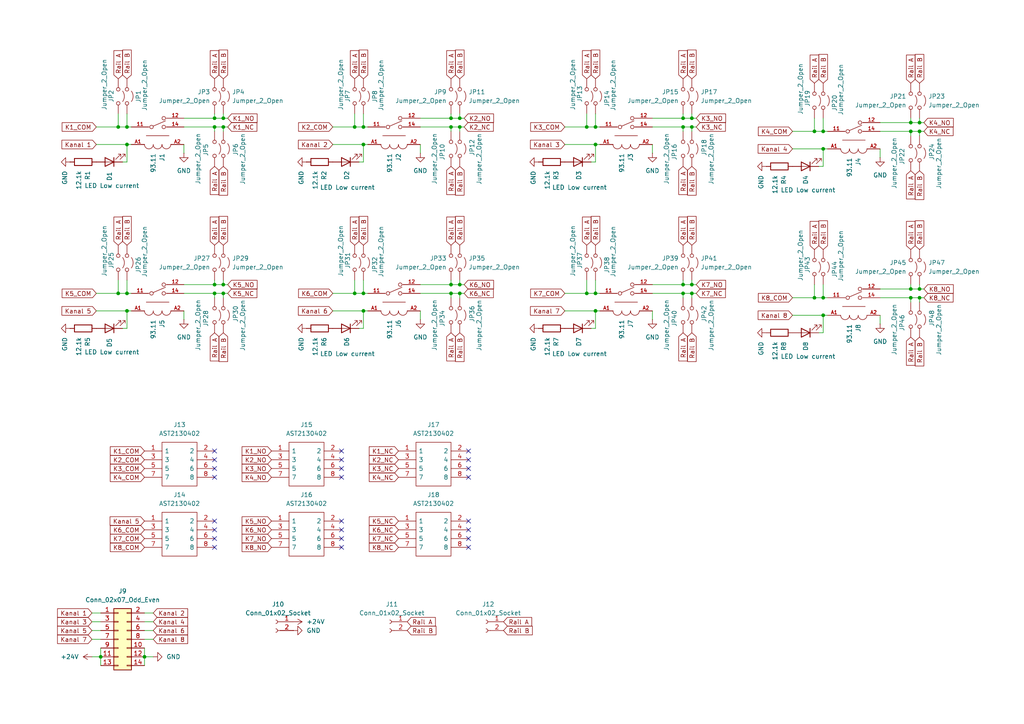
<source format=kicad_sch>
(kicad_sch (version 20231120) (generator "eeschema") (generator_version "8.0")
  (paper "A4")
  (junction (at 34.29 85.09))
  (junction (at 64.77 85.09))
  (junction (at 64.77 82.55))
  (junction (at 105.41 85.09))
  (junction (at 102.87 36.83))
  (junction (at 236.22 38.1))
  (junction (at 198.12 34.29))
  (junction (at 130.81 34.29))
  (junction (at 62.23 34.29))
  (junction (at 264.16 35.56))
  (junction (at 36.83 36.83))
  (junction (at 172.72 90.17))
  (junction (at 198.12 85.09))
  (junction (at 198.12 36.83))
  (junction (at 266.7 83.82))
  (junction (at 130.81 82.55))
  (junction (at 41.91 190.5))
  (junction (at 238.76 91.44))
  (junction (at 172.72 36.83))
  (junction (at 236.22 86.36))
  (junction (at 266.7 35.56))
  (junction (at 105.41 36.83))
  (junction (at 266.7 86.36))
  (junction (at 105.41 41.91))
  (junction (at 133.35 85.09))
  (junction (at 264.16 86.36))
  (junction (at 200.66 85.09))
  (junction (at 200.66 34.29))
  (junction (at 34.29 36.83))
  (junction (at 36.83 90.17))
  (junction (at 238.76 43.18))
  (junction (at 200.66 82.55))
  (junction (at 36.83 85.09))
  (junction (at 102.87 85.09))
  (junction (at 130.81 85.09))
  (junction (at 200.66 36.83))
  (junction (at 238.76 38.1))
  (junction (at 238.76 86.36))
  (junction (at 29.21 190.5))
  (junction (at 170.18 36.83))
  (junction (at 133.35 36.83))
  (junction (at 62.23 82.55))
  (junction (at 170.18 85.09))
  (junction (at 36.83 41.91))
  (junction (at 172.72 85.09))
  (junction (at 264.16 83.82))
  (junction (at 133.35 34.29))
  (junction (at 198.12 82.55))
  (junction (at 264.16 38.1))
  (junction (at 62.23 85.09))
  (junction (at 266.7 38.1))
  (junction (at 172.72 41.91))
  (junction (at 62.23 36.83))
  (junction (at 130.81 36.83))
  (junction (at 64.77 36.83))
  (junction (at 105.41 90.17))
  (junction (at 133.35 82.55))
  (junction (at 64.77 34.29))
  (no_connect (at 135.89 130.81))
  (no_connect (at 99.06 156.21))
  (no_connect (at 99.06 153.67))
  (no_connect (at 99.06 151.13))
  (no_connect (at 135.89 135.89))
  (no_connect (at 99.06 158.75))
  (no_connect (at 62.23 158.75))
  (no_connect (at 135.89 138.43))
  (no_connect (at 135.89 153.67))
  (no_connect (at 62.23 156.21))
  (no_connect (at 135.89 158.75))
  (no_connect (at 62.23 135.89))
  (no_connect (at 135.89 151.13))
  (no_connect (at 135.89 156.21))
  (no_connect (at 62.23 151.13))
  (no_connect (at 99.06 135.89))
  (no_connect (at 62.23 153.67))
  (no_connect (at 99.06 133.35))
  (no_connect (at 62.23 138.43))
  (no_connect (at 135.89 133.35))
  (no_connect (at 62.23 133.35))
  (no_connect (at 62.23 130.81))
  (no_connect (at 99.06 130.81))
  (no_connect (at 99.06 138.43))
  (wire (pts (xy 104.14 95.25) (xy 105.41 95.25)))
  (wire (pts (xy 200.66 34.29) (xy 198.12 34.29)))
  (wire (pts (xy 121.92 34.29) (xy 130.81 34.29)))
  (wire (pts (xy 64.77 82.55) (xy 62.23 82.55)))
  (wire (pts (xy 36.83 46.99) (xy 36.83 41.91)))
  (wire (pts (xy 172.72 41.91) (xy 173.99 41.91)))
  (wire (pts (xy 238.76 86.36) (xy 240.03 86.36)))
  (wire (pts (xy 36.83 36.83) (xy 38.1 36.83)))
  (wire (pts (xy 29.21 190.5) (xy 29.21 193.04)))
  (wire (pts (xy 121.92 90.17) (xy 121.92 92.71)))
  (wire (pts (xy 134.62 34.29) (xy 133.35 34.29)))
  (wire (pts (xy 229.87 38.1) (xy 236.22 38.1)))
  (wire (pts (xy 236.22 86.36) (xy 238.76 86.36)))
  (wire (pts (xy 36.83 41.91) (xy 38.1 41.91)))
  (wire (pts (xy 266.7 82.55) (xy 266.7 83.82)))
  (wire (pts (xy 170.18 36.83) (xy 172.72 36.83)))
  (wire (pts (xy 133.35 36.83) (xy 130.81 36.83)))
  (wire (pts (xy 62.23 85.09) (xy 62.23 86.36)))
  (wire (pts (xy 133.35 85.09) (xy 130.81 85.09)))
  (wire (pts (xy 133.35 82.55) (xy 130.81 82.55)))
  (wire (pts (xy 266.7 38.1) (xy 266.7 39.37)))
  (wire (pts (xy 53.34 90.17) (xy 53.34 92.71)))
  (wire (pts (xy 198.12 85.09) (xy 198.12 86.36)))
  (wire (pts (xy 64.77 85.09) (xy 64.77 86.36)))
  (wire (pts (xy 255.27 83.82) (xy 264.16 83.82)))
  (wire (pts (xy 163.83 36.83) (xy 170.18 36.83)))
  (wire (pts (xy 102.87 81.28) (xy 102.87 85.09)))
  (wire (pts (xy 64.77 36.83) (xy 62.23 36.83)))
  (wire (pts (xy 264.16 82.55) (xy 264.16 83.82)))
  (wire (pts (xy 36.83 85.09) (xy 38.1 85.09)))
  (wire (pts (xy 130.81 33.02) (xy 130.81 34.29)))
  (wire (pts (xy 105.41 85.09) (xy 106.68 85.09)))
  (wire (pts (xy 53.34 85.09) (xy 62.23 85.09)))
  (wire (pts (xy 105.41 41.91) (xy 106.68 41.91)))
  (wire (pts (xy 201.93 34.29) (xy 200.66 34.29)))
  (wire (pts (xy 34.29 33.02) (xy 34.29 36.83)))
  (wire (pts (xy 26.67 180.34) (xy 29.21 180.34)))
  (wire (pts (xy 62.23 33.02) (xy 62.23 34.29)))
  (wire (pts (xy 53.34 82.55) (xy 62.23 82.55)))
  (wire (pts (xy 121.92 85.09) (xy 130.81 85.09)))
  (wire (pts (xy 163.83 85.09) (xy 170.18 85.09)))
  (wire (pts (xy 102.87 85.09) (xy 105.41 85.09)))
  (wire (pts (xy 238.76 48.26) (xy 238.76 43.18)))
  (wire (pts (xy 105.41 46.99) (xy 105.41 41.91)))
  (wire (pts (xy 189.23 36.83) (xy 198.12 36.83)))
  (wire (pts (xy 102.87 33.02) (xy 102.87 36.83)))
  (wire (pts (xy 27.94 90.17) (xy 36.83 90.17)))
  (wire (pts (xy 238.76 82.55) (xy 238.76 86.36)))
  (wire (pts (xy 53.34 36.83) (xy 62.23 36.83)))
  (wire (pts (xy 130.81 85.09) (xy 130.81 86.36)))
  (wire (pts (xy 238.76 38.1) (xy 240.03 38.1)))
  (wire (pts (xy 133.35 85.09) (xy 133.35 86.36)))
  (wire (pts (xy 41.91 190.5) (xy 41.91 193.04)))
  (wire (pts (xy 66.04 82.55) (xy 64.77 82.55)))
  (wire (pts (xy 53.34 41.91) (xy 53.34 44.45)))
  (wire (pts (xy 266.7 83.82) (xy 264.16 83.82)))
  (wire (pts (xy 64.77 34.29) (xy 62.23 34.29)))
  (wire (pts (xy 26.67 182.88) (xy 29.21 182.88)))
  (wire (pts (xy 62.23 36.83) (xy 62.23 38.1)))
  (wire (pts (xy 105.41 90.17) (xy 106.68 90.17)))
  (wire (pts (xy 102.87 36.83) (xy 105.41 36.83)))
  (wire (pts (xy 105.41 95.25) (xy 105.41 90.17)))
  (wire (pts (xy 105.41 33.02) (xy 105.41 36.83)))
  (wire (pts (xy 134.62 85.09) (xy 133.35 85.09)))
  (wire (pts (xy 96.52 41.91) (xy 105.41 41.91)))
  (wire (pts (xy 29.21 187.96) (xy 29.21 190.5)))
  (wire (pts (xy 255.27 35.56) (xy 264.16 35.56)))
  (wire (pts (xy 255.27 91.44) (xy 255.27 93.98)))
  (wire (pts (xy 267.97 38.1) (xy 266.7 38.1)))
  (wire (pts (xy 236.22 34.29) (xy 236.22 38.1)))
  (wire (pts (xy 255.27 86.36) (xy 264.16 86.36)))
  (wire (pts (xy 96.52 36.83) (xy 102.87 36.83)))
  (wire (pts (xy 238.76 43.18) (xy 240.03 43.18)))
  (wire (pts (xy 36.83 95.25) (xy 36.83 90.17)))
  (wire (pts (xy 41.91 182.88) (xy 44.45 182.88)))
  (wire (pts (xy 36.83 81.28) (xy 36.83 85.09)))
  (wire (pts (xy 130.81 81.28) (xy 130.81 82.55)))
  (wire (pts (xy 266.7 38.1) (xy 264.16 38.1)))
  (wire (pts (xy 62.23 81.28) (xy 62.23 82.55)))
  (wire (pts (xy 237.49 96.52) (xy 238.76 96.52)))
  (wire (pts (xy 163.83 41.91) (xy 172.72 41.91)))
  (wire (pts (xy 200.66 33.02) (xy 200.66 34.29)))
  (wire (pts (xy 264.16 86.36) (xy 264.16 87.63)))
  (wire (pts (xy 200.66 81.28) (xy 200.66 82.55)))
  (wire (pts (xy 198.12 81.28) (xy 198.12 82.55)))
  (wire (pts (xy 236.22 38.1) (xy 238.76 38.1)))
  (wire (pts (xy 236.22 82.55) (xy 236.22 86.36)))
  (wire (pts (xy 201.93 82.55) (xy 200.66 82.55)))
  (wire (pts (xy 229.87 91.44) (xy 238.76 91.44)))
  (wire (pts (xy 53.34 34.29) (xy 62.23 34.29)))
  (wire (pts (xy 104.14 46.99) (xy 105.41 46.99)))
  (wire (pts (xy 189.23 34.29) (xy 198.12 34.29)))
  (wire (pts (xy 267.97 86.36) (xy 266.7 86.36)))
  (wire (pts (xy 200.66 82.55) (xy 198.12 82.55)))
  (wire (pts (xy 171.45 95.25) (xy 172.72 95.25)))
  (wire (pts (xy 264.16 34.29) (xy 264.16 35.56)))
  (wire (pts (xy 26.67 185.42) (xy 29.21 185.42)))
  (wire (pts (xy 133.35 34.29) (xy 130.81 34.29)))
  (wire (pts (xy 172.72 46.99) (xy 172.72 41.91)))
  (wire (pts (xy 64.77 81.28) (xy 64.77 82.55)))
  (wire (pts (xy 27.94 41.91) (xy 36.83 41.91)))
  (wire (pts (xy 189.23 90.17) (xy 189.23 92.71)))
  (wire (pts (xy 189.23 85.09) (xy 198.12 85.09)))
  (wire (pts (xy 267.97 83.82) (xy 266.7 83.82)))
  (wire (pts (xy 34.29 36.83) (xy 36.83 36.83)))
  (wire (pts (xy 238.76 91.44) (xy 240.03 91.44)))
  (wire (pts (xy 172.72 33.02) (xy 172.72 36.83)))
  (wire (pts (xy 198.12 36.83) (xy 198.12 38.1)))
  (wire (pts (xy 36.83 90.17) (xy 38.1 90.17)))
  (wire (pts (xy 200.66 85.09) (xy 200.66 86.36)))
  (wire (pts (xy 35.56 95.25) (xy 36.83 95.25)))
  (wire (pts (xy 26.67 190.5) (xy 29.21 190.5)))
  (wire (pts (xy 172.72 81.28) (xy 172.72 85.09)))
  (wire (pts (xy 130.81 36.83) (xy 130.81 38.1)))
  (wire (pts (xy 229.87 86.36) (xy 236.22 86.36)))
  (wire (pts (xy 229.87 43.18) (xy 238.76 43.18)))
  (wire (pts (xy 66.04 34.29) (xy 64.77 34.29)))
  (wire (pts (xy 134.62 82.55) (xy 133.35 82.55)))
  (wire (pts (xy 105.41 81.28) (xy 105.41 85.09)))
  (wire (pts (xy 64.77 36.83) (xy 64.77 38.1)))
  (wire (pts (xy 41.91 180.34) (xy 44.45 180.34)))
  (wire (pts (xy 96.52 85.09) (xy 102.87 85.09)))
  (wire (pts (xy 96.52 90.17) (xy 105.41 90.17)))
  (wire (pts (xy 134.62 36.83) (xy 133.35 36.83)))
  (wire (pts (xy 170.18 81.28) (xy 170.18 85.09)))
  (wire (pts (xy 266.7 86.36) (xy 264.16 86.36)))
  (wire (pts (xy 121.92 41.91) (xy 121.92 44.45)))
  (wire (pts (xy 255.27 38.1) (xy 264.16 38.1)))
  (wire (pts (xy 170.18 85.09) (xy 172.72 85.09)))
  (wire (pts (xy 266.7 35.56) (xy 264.16 35.56)))
  (wire (pts (xy 105.41 36.83) (xy 106.68 36.83)))
  (wire (pts (xy 41.91 177.8) (xy 44.45 177.8)))
  (wire (pts (xy 66.04 85.09) (xy 64.77 85.09)))
  (wire (pts (xy 237.49 48.26) (xy 238.76 48.26)))
  (wire (pts (xy 189.23 82.55) (xy 198.12 82.55)))
  (wire (pts (xy 189.23 41.91) (xy 189.23 44.45)))
  (wire (pts (xy 200.66 85.09) (xy 198.12 85.09)))
  (wire (pts (xy 64.77 33.02) (xy 64.77 34.29)))
  (wire (pts (xy 121.92 36.83) (xy 130.81 36.83)))
  (wire (pts (xy 238.76 96.52) (xy 238.76 91.44)))
  (wire (pts (xy 36.83 33.02) (xy 36.83 36.83)))
  (wire (pts (xy 133.35 81.28) (xy 133.35 82.55)))
  (wire (pts (xy 266.7 86.36) (xy 266.7 87.63)))
  (wire (pts (xy 35.56 46.99) (xy 36.83 46.99)))
  (wire (pts (xy 121.92 82.55) (xy 130.81 82.55)))
  (wire (pts (xy 172.72 85.09) (xy 173.99 85.09)))
  (wire (pts (xy 27.94 36.83) (xy 34.29 36.83)))
  (wire (pts (xy 64.77 85.09) (xy 62.23 85.09)))
  (wire (pts (xy 266.7 34.29) (xy 266.7 35.56)))
  (wire (pts (xy 26.67 177.8) (xy 29.21 177.8)))
  (wire (pts (xy 34.29 81.28) (xy 34.29 85.09)))
  (wire (pts (xy 66.04 36.83) (xy 64.77 36.83)))
  (wire (pts (xy 27.94 85.09) (xy 34.29 85.09)))
  (wire (pts (xy 200.66 36.83) (xy 198.12 36.83)))
  (wire (pts (xy 238.76 34.29) (xy 238.76 38.1)))
  (wire (pts (xy 163.83 90.17) (xy 172.72 90.17)))
  (wire (pts (xy 201.93 85.09) (xy 200.66 85.09)))
  (wire (pts (xy 172.72 90.17) (xy 173.99 90.17)))
  (wire (pts (xy 200.66 36.83) (xy 200.66 38.1)))
  (wire (pts (xy 255.27 43.18) (xy 255.27 45.72)))
  (wire (pts (xy 44.45 190.5) (xy 41.91 190.5)))
  (wire (pts (xy 198.12 33.02) (xy 198.12 34.29)))
  (wire (pts (xy 201.93 36.83) (xy 200.66 36.83)))
  (wire (pts (xy 264.16 38.1) (xy 264.16 39.37)))
  (wire (pts (xy 34.29 85.09) (xy 36.83 85.09)))
  (wire (pts (xy 172.72 36.83) (xy 173.99 36.83)))
  (wire (pts (xy 41.91 185.42) (xy 44.45 185.42)))
  (wire (pts (xy 171.45 46.99) (xy 172.72 46.99)))
  (wire (pts (xy 41.91 187.96) (xy 41.91 190.5)))
  (wire (pts (xy 133.35 36.83) (xy 133.35 38.1)))
  (wire (pts (xy 267.97 35.56) (xy 266.7 35.56)))
  (wire (pts (xy 133.35 33.02) (xy 133.35 34.29)))
  (wire (pts (xy 170.18 33.02) (xy 170.18 36.83)))
  (wire (pts (xy 172.72 95.25) (xy 172.72 90.17)))
  (global_label "K7_NO" (shape input) (at 78.74 156.21 180) (property "Intersheetrefs" "${INTERSHEET_REFS}" (effects (hide yes))))
  (global_label "K6_NC" (shape input) (at 115.57 153.67 180) (property "Intersheetrefs" "${INTERSHEET_REFS}" (effects (hide yes))))
  (global_label "K8_COM" (shape input) (at 41.91 158.75 180) (property "Intersheetrefs" "${INTERSHEET_REFS}" (effects (hide yes))))
  (global_label "Kanal 4" (shape input) (at 229.87 43.18 180) (property "Intersheetrefs" "${INTERSHEET_REFS}" (effects (hide yes))))
  (global_label "K7_NC" (shape input) (at 201.93 85.09 0) (property "Intersheetrefs" "${INTERSHEET_REFS}" (effects (hide yes))))
  (global_label "Rail B" (shape input) (at 172.72 71.12 90) (property "Intersheetrefs" "${INTERSHEET_REFS}" (effects (hide yes))))
  (global_label "K4_NC" (shape input) (at 267.97 38.1 0) (property "Intersheetrefs" "${INTERSHEET_REFS}" (effects (hide yes))))
  (global_label "Rail A" (shape input) (at 198.12 22.86 90) (property "Intersheetrefs" "${INTERSHEET_REFS}" (effects (hide yes))))
  (global_label "Rail A" (shape input) (at 198.12 71.12 90) (property "Intersheetrefs" "${INTERSHEET_REFS}" (effects (hide yes))))
  (global_label "Rail B" (shape input) (at 266.7 49.53 270) (property "Intersheetrefs" "${INTERSHEET_REFS}" (effects (hide yes))))
  (global_label "Rail A" (shape input) (at 236.22 24.13 90) (property "Intersheetrefs" "${INTERSHEET_REFS}" (effects (hide yes))))
  (global_label "Kanal 8" (shape input) (at 44.45 185.42 0) (property "Intersheetrefs" "${INTERSHEET_REFS}" (effects (hide yes))))
  (global_label "Rail B" (shape input) (at 238.76 24.13 90) (property "Intersheetrefs" "${INTERSHEET_REFS}" (effects (hide yes))))
  (global_label "K8_COM" (shape input) (at 229.87 86.36 180) (property "Intersheetrefs" "${INTERSHEET_REFS}" (effects (hide yes))))
  (global_label "Kanal 5" (shape input) (at 26.67 182.88 180) (property "Intersheetrefs" "${INTERSHEET_REFS}" (effects (hide yes))))
  (global_label "Rail A" (shape input) (at 34.29 22.86 90) (property "Intersheetrefs" "${INTERSHEET_REFS}" (effects (hide yes))))
  (global_label "K3_NC" (shape input) (at 115.57 135.89 180) (property "Intersheetrefs" "${INTERSHEET_REFS}" (effects (hide yes))))
  (global_label "Rail A" (shape input) (at 130.81 22.86 90) (property "Intersheetrefs" "${INTERSHEET_REFS}" (effects (hide yes))))
  (global_label "Rail A" (shape input) (at 264.16 24.13 90) (property "Intersheetrefs" "${INTERSHEET_REFS}" (effects (hide yes))))
  (global_label "Rail A" (shape input) (at 146.05 180.34 0) (property "Intersheetrefs" "${INTERSHEET_REFS}" (effects (hide yes))))
  (global_label "Rail A" (shape input) (at 62.23 22.86 90) (property "Intersheetrefs" "${INTERSHEET_REFS}" (effects (hide yes))))
  (global_label "K4_NO" (shape input) (at 267.97 35.56 0) (property "Intersheetrefs" "${INTERSHEET_REFS}" (effects (hide yes))))
  (global_label "Rail B" (shape input) (at 36.83 71.12 90) (property "Intersheetrefs" "${INTERSHEET_REFS}" (effects (hide yes))))
  (global_label "Kanal 3" (shape input) (at 163.83 41.91 180) (property "Intersheetrefs" "${INTERSHEET_REFS}" (effects (hide yes))))
  (global_label "Rail A" (shape input) (at 34.29 71.12 90) (property "Intersheetrefs" "${INTERSHEET_REFS}" (effects (hide yes))))
  (global_label "Rail B" (shape input) (at 200.66 71.12 90) (property "Intersheetrefs" "${INTERSHEET_REFS}" (effects (hide yes))))
  (global_label "K2_COM" (shape input) (at 41.91 133.35 180) (property "Intersheetrefs" "${INTERSHEET_REFS}" (effects (hide yes))))
  (global_label "K4_NO" (shape input) (at 78.74 138.43 180) (property "Intersheetrefs" "${INTERSHEET_REFS}" (effects (hide yes))))
  (global_label "K5_NO" (shape input) (at 78.74 151.13 180) (property "Intersheetrefs" "${INTERSHEET_REFS}" (effects (hide yes))))
  (global_label "K2_NC" (shape input) (at 134.62 36.83 0) (property "Intersheetrefs" "${INTERSHEET_REFS}" (effects (hide yes))))
  (global_label "K3_NC" (shape input) (at 201.93 36.83 0) (property "Intersheetrefs" "${INTERSHEET_REFS}" (effects (hide yes))))
  (global_label "Kanal 2" (shape input) (at 96.52 41.91 180) (property "Intersheetrefs" "${INTERSHEET_REFS}" (effects (hide yes))))
  (global_label "Rail A" (shape input) (at 264.16 72.39 90) (property "Intersheetrefs" "${INTERSHEET_REFS}" (effects (hide yes))))
  (global_label "Rail B" (shape input) (at 133.35 22.86 90) (property "Intersheetrefs" "${INTERSHEET_REFS}" (effects (hide yes))))
  (global_label "Rail B" (shape input) (at 36.83 22.86 90) (property "Intersheetrefs" "${INTERSHEET_REFS}" (effects (hide yes))))
  (global_label "Rail B" (shape input) (at 64.77 96.52 270) (property "Intersheetrefs" "${INTERSHEET_REFS}" (effects (hide yes))))
  (global_label "Rail B" (shape input) (at 105.41 71.12 90) (property "Intersheetrefs" "${INTERSHEET_REFS}" (effects (hide yes))))
  (global_label "K4_COM" (shape input) (at 229.87 38.1 180) (property "Intersheetrefs" "${INTERSHEET_REFS}" (effects (hide yes))))
  (global_label "Rail A" (shape input) (at 170.18 71.12 90) (property "Intersheetrefs" "${INTERSHEET_REFS}" (effects (hide yes))))
  (global_label "Rail A" (shape input) (at 118.11 180.34 0) (property "Intersheetrefs" "${INTERSHEET_REFS}" (effects (hide yes))))
  (global_label "Kanal 1" (shape input) (at 26.67 177.8 180) (property "Intersheetrefs" "${INTERSHEET_REFS}" (effects (hide yes))))
  (global_label "Rail B" (shape input) (at 118.11 182.88 0) (property "Intersheetrefs" "${INTERSHEET_REFS}" (effects (hide yes))))
  (global_label "Rail A" (shape input) (at 170.18 22.86 90) (property "Intersheetrefs" "${INTERSHEET_REFS}" (effects (hide yes))))
  (global_label "K2_COM" (shape input) (at 96.52 36.83 180) (property "Intersheetrefs" "${INTERSHEET_REFS}" (effects (hide yes))))
  (global_label "Rail A" (shape input) (at 130.81 48.26 270) (property "Intersheetrefs" "${INTERSHEET_REFS}" (effects (hide yes))))
  (global_label "K5_NO" (shape input) (at 66.04 82.55 0) (property "Intersheetrefs" "${INTERSHEET_REFS}" (effects (hide yes))))
  (global_label "Rail A" (shape input) (at 198.12 96.52 270) (property "Intersheetrefs" "${INTERSHEET_REFS}" (effects (hide yes))))
  (global_label "Rail B" (shape input) (at 133.35 71.12 90) (property "Intersheetrefs" "${INTERSHEET_REFS}" (effects (hide yes))))
  (global_label "K3_NO" (shape input) (at 78.74 135.89 180) (property "Intersheetrefs" "${INTERSHEET_REFS}" (effects (hide yes))))
  (global_label "Rail B" (shape input) (at 200.66 22.86 90) (property "Intersheetrefs" "${INTERSHEET_REFS}" (effects (hide yes))))
  (global_label "K6_NO" (shape input) (at 134.62 82.55 0) (property "Intersheetrefs" "${INTERSHEET_REFS}" (effects (hide yes))))
  (global_label "Rail A" (shape input) (at 102.87 22.86 90) (property "Intersheetrefs" "${INTERSHEET_REFS}" (effects (hide yes))))
  (global_label "Kanal 8" (shape input) (at 229.87 91.44 180) (property "Intersheetrefs" "${INTERSHEET_REFS}" (effects (hide yes))))
  (global_label "K4_NC" (shape input) (at 115.57 138.43 180) (property "Intersheetrefs" "${INTERSHEET_REFS}" (effects (hide yes))))
  (global_label "K7_NO" (shape input) (at 201.93 82.55 0) (property "Intersheetrefs" "${INTERSHEET_REFS}" (effects (hide yes))))
  (global_label "Rail A" (shape input) (at 130.81 71.12 90) (property "Intersheetrefs" "${INTERSHEET_REFS}" (effects (hide yes))))
  (global_label "Kanal 7" (shape input) (at 26.67 185.42 180) (property "Intersheetrefs" "${INTERSHEET_REFS}" (effects (hide yes))))
  (global_label "K5_NC" (shape input) (at 66.04 85.09 0) (property "Intersheetrefs" "${INTERSHEET_REFS}" (effects (hide yes))))
  (global_label "K7_NC" (shape input) (at 115.57 156.21 180) (property "Intersheetrefs" "${INTERSHEET_REFS}" (effects (hide yes))))
  (global_label "Rail A" (shape input) (at 62.23 48.26 270) (property "Intersheetrefs" "${INTERSHEET_REFS}" (effects (hide yes))))
  (global_label "K1_NO" (shape input) (at 78.74 130.81 180) (property "Intersheetrefs" "${INTERSHEET_REFS}" (effects (hide yes))))
  (global_label "K1_NC" (shape input) (at 66.04 36.83 0) (property "Intersheetrefs" "${INTERSHEET_REFS}" (effects (hide yes))))
  (global_label "Kanal 2" (shape input) (at 44.45 177.8 0) (property "Intersheetrefs" "${INTERSHEET_REFS}" (effects (hide yes))))
  (global_label "Rail B" (shape input) (at 266.7 24.13 90) (property "Intersheetrefs" "${INTERSHEET_REFS}" (effects (hide yes))))
  (global_label "Kanal 3" (shape input) (at 26.67 180.34 180) (property "Intersheetrefs" "${INTERSHEET_REFS}" (effects (hide yes))))
  (global_label "Rail A" (shape input) (at 198.12 48.26 270) (property "Intersheetrefs" "${INTERSHEET_REFS}" (effects (hide yes))))
  (global_label "Rail A" (shape input) (at 264.16 97.79 270) (property "Intersheetrefs" "${INTERSHEET_REFS}" (effects (hide yes))))
  (global_label "Rail A" (shape input) (at 264.16 49.53 270) (property "Intersheetrefs" "${INTERSHEET_REFS}" (effects (hide yes))))
  (global_label "K6_COM" (shape input) (at 96.52 85.09 180) (property "Intersheetrefs" "${INTERSHEET_REFS}" (effects (hide yes))))
  (global_label "Rail A" (shape input) (at 236.22 72.39 90) (property "Intersheetrefs" "${INTERSHEET_REFS}" (effects (hide yes))))
  (global_label "Rail B" (shape input) (at 172.72 22.86 90) (property "Intersheetrefs" "${INTERSHEET_REFS}" (effects (hide yes))))
  (global_label "K8_NO" (shape input) (at 267.97 83.82 0) (property "Intersheetrefs" "${INTERSHEET_REFS}" (effects (hide yes))))
  (global_label "Rail B" (shape input) (at 200.66 48.26 270) (property "Intersheetrefs" "${INTERSHEET_REFS}" (effects (hide yes))))
  (global_label "K7_COM" (shape input) (at 41.91 156.21 180) (property "Intersheetrefs" "${INTERSHEET_REFS}" (effects (hide yes))))
  (global_label "Rail B" (shape input) (at 146.05 182.88 0) (property "Intersheetrefs" "${INTERSHEET_REFS}" (effects (hide yes))))
  (global_label "Rail B" (shape input) (at 105.41 22.86 90) (property "Intersheetrefs" "${INTERSHEET_REFS}" (effects (hide yes))))
  (global_label "Rail A" (shape input) (at 130.81 96.52 270) (property "Intersheetrefs" "${INTERSHEET_REFS}" (effects (hide yes))))
  (global_label "Rail A" (shape input) (at 62.23 71.12 90) (property "Intersheetrefs" "${INTERSHEET_REFS}" (effects (hide yes))))
  (global_label "K8_NO" (shape input) (at 78.74 158.75 180) (property "Intersheetrefs" "${INTERSHEET_REFS}" (effects (hide yes))))
  (global_label "K3_NO" (shape input) (at 201.93 34.29 0) (property "Intersheetrefs" "${INTERSHEET_REFS}" (effects (hide yes))))
  (global_label "Rail B" (shape input) (at 64.77 48.26 270) (property "Intersheetrefs" "${INTERSHEET_REFS}" (effects (hide yes))))
  (global_label "Kanal 6" (shape input) (at 44.45 182.88 0) (property "Intersheetrefs" "${INTERSHEET_REFS}" (effects (hide yes))))
  (global_label "Rail B" (shape input) (at 238.76 72.39 90) (property "Intersheetrefs" "${INTERSHEET_REFS}" (effects (hide yes))))
  (global_label "K1_NC" (shape input) (at 115.57 130.81 180) (property "Intersheetrefs" "${INTERSHEET_REFS}" (effects (hide yes))))
  (global_label "K1_COM" (shape input) (at 27.94 36.83 180) (property "Intersheetrefs" "${INTERSHEET_REFS}" (effects (hide yes))))
  (global_label "K1_COM" (shape input) (at 41.91 130.81 180) (property "Intersheetrefs" "${INTERSHEET_REFS}" (effects (hide yes))))
  (global_label "K6_NC" (shape input) (at 134.62 85.09 0) (property "Intersheetrefs" "${INTERSHEET_REFS}" (effects (hide yes))))
  (global_label "Rail B" (shape input) (at 266.7 72.39 90) (property "Intersheetrefs" "${INTERSHEET_REFS}" (effects (hide yes))))
  (global_label "K8_NC" (shape input) (at 267.97 86.36 0) (property "Intersheetrefs" "${INTERSHEET_REFS}" (effects (hide yes))))
  (global_label "Rail B" (shape input) (at 200.66 96.52 270) (property "Intersheetrefs" "${INTERSHEET_REFS}" (effects (hide yes))))
  (global_label "K2_NC" (shape input) (at 115.57 133.35 180) (property "Intersheetrefs" "${INTERSHEET_REFS}" (effects (hide yes))))
  (global_label "K8_NC" (shape input) (at 115.57 158.75 180) (property "Intersheetrefs" "${INTERSHEET_REFS}" (effects (hide yes))))
  (global_label "Rail B" (shape input) (at 133.35 96.52 270) (property "Intersheetrefs" "${INTERSHEET_REFS}" (effects (hide yes))))
  (global_label "K6_COM" (shape input) (at 41.91 153.67 180) (property "Intersheetrefs" "${INTERSHEET_REFS}" (effects (hide yes))))
  (global_label "Rail A" (shape input) (at 102.87 71.12 90) (property "Intersheetrefs" "${INTERSHEET_REFS}" (effects (hide yes))))
  (global_label "Kanal 1" (shape input) (at 27.94 41.91 180) (property "Intersheetrefs" "${INTERSHEET_REFS}" (effects (hide yes))))
  (global_label "Kanal 5" (shape input) (at 41.91 151.13 180) (property "Intersheetrefs" "${INTERSHEET_REFS}" (effects (hide yes))))
  (global_label "Rail B" (shape input) (at 64.77 71.12 90) (property "Intersheetrefs" "${INTERSHEET_REFS}" (effects (hide yes))))
  (global_label "K1_NO" (shape input) (at 66.04 34.29 0) (property "Intersheetrefs" "${INTERSHEET_REFS}" (effects (hide yes))))
  (global_label "K2_NO" (shape input) (at 134.62 34.29 0) (property "Intersheetrefs" "${INTERSHEET_REFS}" (effects (hide yes))))
  (global_label "Rail B" (shape input) (at 64.77 22.86 90) (property "Intersheetrefs" "${INTERSHEET_REFS}" (effects (hide yes))))
  (global_label "K4_COM" (shape input) (at 41.91 138.43 180) (property "Intersheetrefs" "${INTERSHEET_REFS}" (effects (hide yes))))
  (global_label "Rail B" (shape input) (at 266.7 97.79 270) (property "Intersheetrefs" "${INTERSHEET_REFS}" (effects (hide yes))))
  (global_label "K3_COM" (shape input) (at 163.83 36.83 180) (property "Intersheetrefs" "${INTERSHEET_REFS}" (effects (hide yes))))
  (global_label "Rail A" (shape input) (at 62.23 96.52 270) (property "Intersheetrefs" "${INTERSHEET_REFS}" (effects (hide yes))))
  (global_label "K3_COM" (shape input) (at 41.91 135.89 180) (property "Intersheetrefs" "${INTERSHEET_REFS}" (effects (hide yes))))
  (global_label "K5_NC" (shape input) (at 115.57 151.13 180) (property "Intersheetrefs" "${INTERSHEET_REFS}" (effects (hide yes))))
  (global_label "Kanal 6" (shape input) (at 96.52 90.17 180) (property "Intersheetrefs" "${INTERSHEET_REFS}" (effects (hide yes))))
  (global_label "Kanal 4" (shape input) (at 44.45 180.34 0) (property "Intersheetrefs" "${INTERSHEET_REFS}" (effects (hide yes))))
  (global_label "K6_NO" (shape input) (at 78.74 153.67 180) (property "Intersheetrefs" "${INTERSHEET_REFS}" (effects (hide yes))))
  (global_label "Rail B" (shape input) (at 133.35 48.26 270) (property "Intersheetrefs" "${INTERSHEET_REFS}" (effects (hide yes))))
  (global_label "K7_COM" (shape input) (at 163.83 85.09 180) (property "Intersheetrefs" "${INTERSHEET_REFS}" (effects (hide yes))))
  (global_label "K2_NO" (shape input) (at 78.74 133.35 180) (property "Intersheetrefs" "${INTERSHEET_REFS}" (effects (hide yes))))
  (global_label "K5_COM" (shape input) (at 27.94 85.09 180) (property "Intersheetrefs" "${INTERSHEET_REFS}" (effects (hide yes))))
  (global_label "Kanal 7" (shape input) (at 163.83 90.17 180) (property "Intersheetrefs" "${INTERSHEET_REFS}" (effects (hide yes))))
  (global_label "Kanal 5" (shape input) (at 27.94 90.17 180) (property "Intersheetrefs" "${INTERSHEET_REFS}" (effects (hide yes))))
  (symbol (lib_id "Device:LED") (at 167.64 46.99 180) (unit 1)
    (property "Reference" "D3" (at 167.894 49.53 90) (effects (justify left)))
    (property "Value" "LED Low current" (at 176.022 54.356 0) (effects (justify left)))
    (property "Footprint" "LED_SMD:LED_0805_2012Metric_Pad1.15x1.40mm_HandSolder" (effects (hide yes)))
    (property "Description" "Light emitting diode" (effects (hide yes)))
  )
  (symbol (lib_id "Jumper:Jumper_2_Open") (at 238.76 29.21 270) (unit 1) (exclude_from_sim yes)
    (property "Reference" "JP20" (at 242.062 27.432 0) (effects (justify left)))
    (property "Value" "Jumper_2_Open" (at 243.84 18.542 0) (effects (justify left)))
    (property "Footprint" "Jumper:SolderJumper-2_P1.3mm_Open_Pad1.0x1.5mm" (effects (hide yes)))
    (property "Description" "Jumper, 2-pole, open" (effects (hide yes)))
  )
  (symbol (lib_id "AST2130402:AST2130402") (at 41.91 151.13 0) (unit 1)
    (property "Reference" "J14" (at 52.07 143.51 0))
    (property "Value" "AST2130402" (at 52.07 146.05 0))
    (property "Footprint" "AST2130402" (effects (hide yes)))
    (property "Datasheet" "https://media.metz-connect.com/files/171/Data_sheet_AST213.PDF" (effects (hide yes)))
    (property "Description" "METZ CONNECT - AST2130402 - Wire-To-Board Terminal Block, 3.5 mm, 4 Ways, 28 AWG, 16 AWG, 1.5 mm, Push In" (effects (hide yes)))
    (property "Description_1" "METZ CONNECT - AST2130402 - Wire-To-Board Terminal Block, 3.5 mm, 4 Ways, 28 AWG, 16 AWG, 1.5 mm, Push In" (effects (hide yes)))
    (property "Height" "14.2" (effects (hide yes)))
    (property "Manufacturer_Name" "Metz Connect" (effects (hide yes)))
    (property "Manufacturer_Part_Number" "AST2130402" (effects (hide yes)))
  )
  (symbol (lib_id "Jumper:Jumper_2_Open") (at 198.12 76.2 270) (unit 1) (exclude_from_sim yes)
    (property "Reference" "JP39" (at 196.85 74.9299 90) (effects (justify right)))
    (property "Value" "Jumper_2_Open" (at 196.85 77.4699 90) (effects (justify right)))
    (property "Footprint" "Jumper:SolderJumper-2_P1.3mm_Open_Pad1.0x1.5mm" (effects (hide yes)))
    (property "Description" "Jumper, 2-pole, open" (effects (hide yes)))
  )
  (symbol (lib_id "Jumper:Jumper_2_Open") (at 64.77 27.94 270) (unit 1) (exclude_from_sim yes)
    (property "Reference" "JP4" (at 67.31 26.6699 90) (effects (justify left)))
    (property "Value" "Jumper_2_Open" (at 67.31 29.2099 90) (effects (justify left)))
    (property "Footprint" "Jumper:SolderJumper-2_P1.3mm_Open_Pad1.0x1.5mm" (effects (hide yes)))
    (property "Description" "Jumper, 2-pole, open" (effects (hide yes)))
  )
  (symbol (lib_id "Jumper:Jumper_2_Open") (at 200.66 76.2 270) (unit 1) (exclude_from_sim yes)
    (property "Reference" "JP41" (at 203.2 74.9299 90) (effects (justify left)))
    (property "Value" "Jumper_2_Open" (at 203.2 77.4699 90) (effects (justify left)))
    (property "Footprint" "Jumper:SolderJumper-2_P1.3mm_Open_Pad1.0x1.5mm" (effects (hide yes)))
    (property "Description" "Jumper, 2-pole, open" (effects (hide yes)))
  )
  (symbol (lib_id "Jumper:Jumper_2_Open") (at 130.81 43.18 270) (mirror x) (unit 1) (exclude_from_sim yes)
    (property "Reference" "JP10" (at 128.27 41.656 0) (effects (justify right)))
    (property "Value" "Jumper_2_Open" (at 125.984 38.608 0) (effects (justify right)))
    (property "Footprint" "Jumper:SolderJumper-2_P1.3mm_Open_Pad1.0x1.5mm" (effects (hide yes)))
    (property "Description" "Jumper, 2-pole, open" (effects (hide yes)))
  )
  (symbol (lib_id "Jumper:Jumper_2_Open") (at 133.35 91.44 270) (mirror x) (unit 1) (exclude_from_sim yes)
    (property "Reference" "JP36" (at 136.906 93.472 0) (effects (justify left)))
    (property "Value" "Jumper_2_Open" (at 138.938 101.854 0) (effects (justify left)))
    (property "Footprint" "Jumper:SolderJumper-2_P1.3mm_Open_Pad1.0x1.5mm" (effects (hide yes)))
    (property "Description" "Jumper, 2-pole, open" (effects (hide yes)))
  )
  (symbol (lib_id "eec:93.11") (at 106.68 85.09 0) (unit 1)
    (property "Reference" "J6" (at 115.5701 92.71 90) (effects (justify right)))
    (property "Value" "93.11" (at 113.0301 92.71 90) (effects (justify right)))
    (property "Footprint" "Finder-93.11-0-0-*" (effects (hide yes)))
    (property "Datasheet" "https://gfinder.findernet.com/assets/Series/411/S34EN.pdf" (effects (hide yes)))
    (property "Description" "93.11" (effects (hide yes)))
    (property "ambient temperature range high" "+70°C" (effects (hide yes)))
    (property "ambient temperature range low" "-40°C" (effects (hide yes)))
    (property "automotive" "No" (effects (hide yes)))
    (property "category" "Conn" (effects (hide yes)))
    (property "current rating" "6A" (effects (hide yes)))
    (property "device class L1" "Connectors" (effects (hide yes)))
    (property "device class L2" "IC and Component Sockets" (effects (hide yes)))
    (property "device class L3" "unset" (effects (hide yes)))
    (property "height" "43.5mm" (effects (hide yes)))
    (property "lead free" "Yes" (effects (hide yes)))
    (property "library id" "1958bb0e6e1af8a5" (effects (hide yes)))
    (property "manufacturer" "Finder" (effects (hide yes)))
    (property "number of contacts" "5" (effects (hide yes)))
    (property "package" "PTH_SOCKET_RELAY_33MM0_6MM2" (effects (hide yes)))
    (property "rohs" "Yes" (effects (hide yes)))
    (property "socket package" "34.51, 34.81" (effects (hide yes)))
    (property "voltage rating" "250V" (effects (hide yes)))
  )
  (symbol (lib_id "eec:93.11") (at 173.99 85.09 0) (unit 1)
    (property "Reference" "J7" (at 182.8801 92.71 90) (effects (justify right)))
    (property "Value" "93.11" (at 180.3401 92.71 90) (effects (justify right)))
    (property "Footprint" "Finder-93.11-0-0-*" (effects (hide yes)))
    (property "Datasheet" "https://gfinder.findernet.com/assets/Series/411/S34EN.pdf" (effects (hide yes)))
    (property "Description" "93.11" (effects (hide yes)))
    (property "ambient temperature range high" "+70°C" (effects (hide yes)))
    (property "ambient temperature range low" "-40°C" (effects (hide yes)))
    (property "automotive" "No" (effects (hide yes)))
    (property "category" "Conn" (effects (hide yes)))
    (property "current rating" "6A" (effects (hide yes)))
    (property "device class L1" "Connectors" (effects (hide yes)))
    (property "device class L2" "IC and Component Sockets" (effects (hide yes)))
    (property "device class L3" "unset" (effects (hide yes)))
    (property "height" "43.5mm" (effects (hide yes)))
    (property "lead free" "Yes" (effects (hide yes)))
    (property "library id" "1958bb0e6e1af8a5" (effects (hide yes)))
    (property "manufacturer" "Finder" (effects (hide yes)))
    (property "number of contacts" "5" (effects (hide yes)))
    (property "package" "PTH_SOCKET_RELAY_33MM0_6MM2" (effects (hide yes)))
    (property "rohs" "Yes" (effects (hide yes)))
    (property "socket package" "34.51, 34.81" (effects (hide yes)))
    (property "voltage rating" "250V" (effects (hide yes)))
  )
  (symbol (lib_id "Jumper:Jumper_2_Open") (at 130.81 27.94 270) (unit 1) (exclude_from_sim yes)
    (property "Reference" "JP9" (at 129.54 26.6699 90) (effects (justify right)))
    (property "Value" "Jumper_2_Open" (at 129.54 29.2099 90) (effects (justify right)))
    (property "Footprint" "Jumper:SolderJumper-2_P1.3mm_Open_Pad1.0x1.5mm" (effects (hide yes)))
    (property "Description" "Jumper, 2-pole, open" (effects (hide yes)))
  )
  (symbol (lib_id "Jumper:Jumper_2_Open") (at 64.77 43.18 270) (mirror x) (unit 1) (exclude_from_sim yes)
    (property "Reference" "JP6" (at 68.326 45.212 0) (effects (justify left)))
    (property "Value" "Jumper_2_Open" (at 70.358 53.594 0) (effects (justify left)))
    (property "Footprint" "Jumper:SolderJumper-2_P1.3mm_Open_Pad1.0x1.5mm" (effects (hide yes)))
    (property "Description" "Jumper, 2-pole, open" (effects (hide yes)))
  )
  (symbol (lib_id "AST2130402:AST2130402") (at 78.74 151.13 0) (unit 1)
    (property "Reference" "J16" (at 88.9 143.51 0))
    (property "Value" "AST2130402" (at 88.9 146.05 0))
    (property "Footprint" "AST2130402" (effects (hide yes)))
    (property "Datasheet" "https://media.metz-connect.com/files/171/Data_sheet_AST213.PDF" (effects (hide yes)))
    (property "Description" "METZ CONNECT - AST2130402 - Wire-To-Board Terminal Block, 3.5 mm, 4 Ways, 28 AWG, 16 AWG, 1.5 mm, Push In" (effects (hide yes)))
    (property "Description_1" "METZ CONNECT - AST2130402 - Wire-To-Board Terminal Block, 3.5 mm, 4 Ways, 28 AWG, 16 AWG, 1.5 mm, Push In" (effects (hide yes)))
    (property "Height" "14.2" (effects (hide yes)))
    (property "Manufacturer_Name" "Metz Connect" (effects (hide yes)))
    (property "Manufacturer_Part_Number" "AST2130402" (effects (hide yes)))
  )
  (symbol (lib_id "Device:LED") (at 100.33 95.25 180) (unit 1)
    (property "Reference" "D6" (at 100.584 97.79 90) (effects (justify left)))
    (property "Value" "LED Low current" (at 108.712 102.616 0) (effects (justify left)))
    (property "Footprint" "LED_SMD:LED_0805_2012Metric_Pad1.15x1.40mm_HandSolder" (effects (hide yes)))
    (property "Description" "Light emitting diode" (effects (hide yes)))
  )
  (symbol (lib_id "power:GND") (at 255.27 45.72 0) (unit 1)
    (property "Reference" "#PWR07" (effects (hide yes)))
    (property "Value" "GND" (at 255.27 50.8 0))
    (property "Description" "Power symbol creates a global label with name \"GND\" , ground" (effects (hide yes)))
  )
  (symbol (lib_id "power:GND") (at 53.34 44.45 0) (unit 1)
    (property "Reference" "#PWR01" (effects (hide yes)))
    (property "Value" "GND" (at 53.34 49.53 0))
    (property "Description" "Power symbol creates a global label with name \"GND\" , ground" (effects (hide yes)))
  )
  (symbol (lib_id "Jumper:Jumper_2_Open") (at 266.7 29.21 270) (unit 1) (exclude_from_sim yes)
    (property "Reference" "JP23" (at 269.24 27.9399 90) (effects (justify left)))
    (property "Value" "Jumper_2_Open" (at 269.24 30.4799 90) (effects (justify left)))
    (property "Footprint" "Jumper:SolderJumper-2_P1.3mm_Open_Pad1.0x1.5mm" (effects (hide yes)))
    (property "Description" "Jumper, 2-pole, open" (effects (hide yes)))
  )
  (symbol (lib_id "power:GND") (at 255.27 93.98 0) (unit 1)
    (property "Reference" "#PWR018" (effects (hide yes)))
    (property "Value" "GND" (at 255.27 99.06 0))
    (property "Description" "Power symbol creates a global label with name \"GND\" , ground" (effects (hide yes)))
  )
  (symbol (lib_id "Device:R") (at 92.71 46.99 270) (unit 1)
    (property "Reference" "R2" (at 93.9801 49.53 0) (effects (justify left)))
    (property "Value" "12.1k" (at 91.4401 49.53 0) (effects (justify left)))
    (property "Footprint" "Resistor_SMD:R_0805_2012Metric_Pad1.20x1.40mm_HandSolder" (effects (hide yes)))
    (property "Description" "Resistor" (effects (hide yes)))
  )
  (symbol (lib_id "Jumper:Jumper_2_Open") (at 170.18 27.94 270) (unit 1) (exclude_from_sim yes)
    (property "Reference" "JP13" (at 168.148 29.718 0) (effects (justify right)))
    (property "Value" "Jumper_2_Open" (at 166.116 32.004 0) (effects (justify right)))
    (property "Footprint" "Jumper:SolderJumper-2_P1.3mm_Open_Pad1.0x1.5mm" (effects (hide yes)))
    (property "Description" "Jumper, 2-pole, open" (effects (hide yes)))
  )
  (symbol (lib_id "Jumper:Jumper_2_Open") (at 64.77 76.2 270) (unit 1) (exclude_from_sim yes)
    (property "Reference" "JP29" (at 67.31 74.9299 90) (effects (justify left)))
    (property "Value" "Jumper_2_Open" (at 67.31 77.4699 90) (effects (justify left)))
    (property "Footprint" "Jumper:SolderJumper-2_P1.3mm_Open_Pad1.0x1.5mm" (effects (hide yes)))
    (property "Description" "Jumper, 2-pole, open" (effects (hide yes)))
  )
  (symbol (lib_id "Jumper:Jumper_2_Open") (at 198.12 91.44 270) (mirror x) (unit 1) (exclude_from_sim yes)
    (property "Reference" "JP40" (at 195.58 89.916 0) (effects (justify right)))
    (property "Value" "Jumper_2_Open" (at 193.294 86.868 0) (effects (justify right)))
    (property "Footprint" "Jumper:SolderJumper-2_P1.3mm_Open_Pad1.0x1.5mm" (effects (hide yes)))
    (property "Description" "Jumper, 2-pole, open" (effects (hide yes)))
  )
  (symbol (lib_id "eec:93.11") (at 38.1 85.09 0) (unit 1)
    (property "Reference" "J5" (at 46.9901 92.71 90) (effects (justify right)))
    (property "Value" "93.11" (at 44.4501 92.71 90) (effects (justify right)))
    (property "Footprint" "Finder-93.11-0-0-*" (effects (hide yes)))
    (property "Datasheet" "https://gfinder.findernet.com/assets/Series/411/S34EN.pdf" (effects (hide yes)))
    (property "Description" "93.11" (effects (hide yes)))
    (property "ambient temperature range high" "+70°C" (effects (hide yes)))
    (property "ambient temperature range low" "-40°C" (effects (hide yes)))
    (property "automotive" "No" (effects (hide yes)))
    (property "category" "Conn" (effects (hide yes)))
    (property "current rating" "6A" (effects (hide yes)))
    (property "device class L1" "Connectors" (effects (hide yes)))
    (property "device class L2" "IC and Component Sockets" (effects (hide yes)))
    (property "device class L3" "unset" (effects (hide yes)))
    (property "height" "43.5mm" (effects (hide yes)))
    (property "lead free" "Yes" (effects (hide yes)))
    (property "library id" "1958bb0e6e1af8a5" (effects (hide yes)))
    (property "manufacturer" "Finder" (effects (hide yes)))
    (property "number of contacts" "5" (effects (hide yes)))
    (property "package" "PTH_SOCKET_RELAY_33MM0_6MM2" (effects (hide yes)))
    (property "rohs" "Yes" (effects (hide yes)))
    (property "socket package" "34.51, 34.81" (effects (hide yes)))
    (property "voltage rating" "250V" (effects (hide yes)))
  )
  (symbol (lib_id "eec:93.11") (at 173.99 36.83 0) (unit 1)
    (property "Reference" "J3" (at 182.8801 44.45 90) (effects (justify right)))
    (property "Value" "93.11" (at 180.3401 44.45 90) (effects (justify right)))
    (property "Footprint" "Finder-93.11-0-0-*" (effects (hide yes)))
    (property "Datasheet" "https://gfinder.findernet.com/assets/Series/411/S34EN.pdf" (effects (hide yes)))
    (property "Description" "93.11" (effects (hide yes)))
    (property "ambient temperature range high" "+70°C" (effects (hide yes)))
    (property "ambient temperature range low" "-40°C" (effects (hide yes)))
    (property "automotive" "No" (effects (hide yes)))
    (property "category" "Conn" (effects (hide yes)))
    (property "current rating" "6A" (effects (hide yes)))
    (property "device class L1" "Connectors" (effects (hide yes)))
    (property "device class L2" "IC and Component Sockets" (effects (hide yes)))
    (property "device class L3" "unset" (effects (hide yes)))
    (property "height" "43.5mm" (effects (hide yes)))
    (property "lead free" "Yes" (effects (hide yes)))
    (property "library id" "1958bb0e6e1af8a5" (effects (hide yes)))
    (property "manufacturer" "Finder" (effects (hide yes)))
    (property "number of contacts" "5" (effects (hide yes)))
    (property "package" "PTH_SOCKET_RELAY_33MM0_6MM2" (effects (hide yes)))
    (property "rohs" "Yes" (effects (hide yes)))
    (property "socket package" "34.51, 34.81" (effects (hide yes)))
    (property "voltage rating" "250V" (effects (hide yes)))
  )
  (symbol (lib_id "Connector:Conn_01x02_Socket") (at 140.97 180.34 0) (mirror y) (unit 1)
    (property "Reference" "J12" (at 141.605 175.26 0))
    (property "Value" "Conn_01x02_Socket" (at 141.605 177.8 0))
    (property "Footprint" "Connector_Phoenix_MSTB:PhoenixContact_MSTBVA_2,5_2-G-5,08_1x02_P5.08mm_Vertical" (effects (hide yes)))
    (property "Description" "Generic connector, single row, 01x02, script generated" (effects (hide yes)))
  )
  (symbol (lib_id "Jumper:Jumper_2_Open") (at 266.7 77.47 270) (unit 1) (exclude_from_sim yes)
    (property "Reference" "JP47" (at 269.24 76.1999 90) (effects (justify left)))
    (property "Value" "Jumper_2_Open" (at 269.24 78.7399 90) (effects (justify left)))
    (property "Footprint" "Jumper:SolderJumper-2_P1.3mm_Open_Pad1.0x1.5mm" (effects (hide yes)))
    (property "Description" "Jumper, 2-pole, open" (effects (hide yes)))
  )
  (symbol (lib_id "power:GND") (at 85.09 182.88 90) (unit 1)
    (property "Reference" "#PWR019" (effects (hide yes)))
    (property "Value" "GND" (at 88.9 182.8799 90) (effects (justify right)))
    (property "Description" "Power symbol creates a global label with name \"GND\" , ground" (effects (hide yes)))
  )
  (symbol (lib_id "Jumper:Jumper_2_Open") (at 133.35 76.2 270) (unit 1) (exclude_from_sim yes)
    (property "Reference" "JP35" (at 135.89 74.9299 90) (effects (justify left)))
    (property "Value" "Jumper_2_Open" (at 135.89 77.4699 90) (effects (justify left)))
    (property "Footprint" "Jumper:SolderJumper-2_P1.3mm_Open_Pad1.0x1.5mm" (effects (hide yes)))
    (property "Description" "Jumper, 2-pole, open" (effects (hide yes)))
  )
  (symbol (lib_id "Device:LED") (at 233.68 96.52 180) (unit 1)
    (property "Reference" "D8" (at 233.68 99.06 90) (effects (justify left)))
    (property "Value" "LED Low current" (at 242.316 103.378 0) (effects (justify left)))
    (property "Footprint" "LED_SMD:LED_0805_2012Metric_Pad1.15x1.40mm_HandSolder" (effects (hide yes)))
    (property "Description" "Light emitting diode" (effects (hide yes)))
  )
  (symbol (lib_id "eec:93.11") (at 240.03 86.36 0) (unit 1)
    (property "Reference" "J8" (at 248.9201 93.98 90) (effects (justify right)))
    (property "Value" "93.11" (at 246.3801 93.98 90) (effects (justify right)))
    (property "Footprint" "Finder-93.11-0-0-*" (effects (hide yes)))
    (property "Datasheet" "https://gfinder.findernet.com/assets/Series/411/S34EN.pdf" (effects (hide yes)))
    (property "Description" "93.11" (effects (hide yes)))
    (property "ambient temperature range high" "+70°C" (effects (hide yes)))
    (property "ambient temperature range low" "-40°C" (effects (hide yes)))
    (property "automotive" "No" (effects (hide yes)))
    (property "category" "Conn" (effects (hide yes)))
    (property "current rating" "6A" (effects (hide yes)))
    (property "device class L1" "Connectors" (effects (hide yes)))
    (property "device class L2" "IC and Component Sockets" (effects (hide yes)))
    (property "device class L3" "unset" (effects (hide yes)))
    (property "height" "43.5mm" (effects (hide yes)))
    (property "lead free" "Yes" (effects (hide yes)))
    (property "library id" "1958bb0e6e1af8a5" (effects (hide yes)))
    (property "manufacturer" "Finder" (effects (hide yes)))
    (property "number of contacts" "5" (effects (hide yes)))
    (property "package" "PTH_SOCKET_RELAY_33MM0_6MM2" (effects (hide yes)))
    (property "rohs" "Yes" (effects (hide yes)))
    (property "socket package" "34.51, 34.81" (effects (hide yes)))
    (property "voltage rating" "250V" (effects (hide yes)))
  )
  (symbol (lib_id "Jumper:Jumper_2_Open") (at 34.29 27.94 270) (unit 1) (exclude_from_sim yes)
    (property "Reference" "JP2" (at 32.258 29.718 0) (effects (justify right)))
    (property "Value" "Jumper_2_Open" (at 30.226 32.004 0) (effects (justify right)))
    (property "Footprint" "Jumper:SolderJumper-2_P1.3mm_Open_Pad1.0x1.5mm" (effects (hide yes)))
    (property "Description" "Jumper, 2-pole, open" (effects (hide yes)))
  )
  (symbol (lib_id "Jumper:Jumper_2_Open") (at 130.81 91.44 270) (mirror x) (unit 1) (exclude_from_sim yes)
    (property "Reference" "JP34" (at 128.27 89.916 0) (effects (justify right)))
    (property "Value" "Jumper_2_Open" (at 125.984 86.868 0) (effects (justify right)))
    (property "Footprint" "Jumper:SolderJumper-2_P1.3mm_Open_Pad1.0x1.5mm" (effects (hide yes)))
    (property "Description" "Jumper, 2-pole, open" (effects (hide yes)))
  )
  (symbol (lib_id "power:+24V") (at 85.09 180.34 270) (unit 1)
    (property "Reference" "#PWR020" (effects (hide yes)))
    (property "Value" "+24V" (at 88.9 180.3399 90) (effects (justify left)))
    (property "Description" "Power symbol creates a global label with name \"+24V\"" (effects (hide yes)))
  )
  (symbol (lib_id "power:GND") (at 88.9 46.99 270) (unit 1)
    (property "Reference" "#PWR02" (effects (hide yes)))
    (property "Value" "GND" (at 87.376 51.562 0))
    (property "Description" "Power symbol creates a global label with name \"GND\" , ground" (effects (hide yes)))
  )
  (symbol (lib_id "Jumper:Jumper_2_Open") (at 264.16 44.45 270) (mirror x) (unit 1) (exclude_from_sim yes)
    (property "Reference" "JP22" (at 261.62 42.926 0) (effects (justify right)))
    (property "Value" "Jumper_2_Open" (at 259.334 39.878 0) (effects (justify right)))
    (property "Footprint" "Jumper:SolderJumper-2_P1.3mm_Open_Pad1.0x1.5mm" (effects (hide yes)))
    (property "Description" "Jumper, 2-pole, open" (effects (hide yes)))
  )
  (symbol (lib_id "Jumper:Jumper_2_Open") (at 62.23 76.2 270) (unit 1) (exclude_from_sim yes)
    (property "Reference" "JP27" (at 60.96 74.9299 90) (effects (justify right)))
    (property "Value" "Jumper_2_Open" (at 60.96 77.4699 90) (effects (justify right)))
    (property "Footprint" "Jumper:SolderJumper-2_P1.3mm_Open_Pad1.0x1.5mm" (effects (hide yes)))
    (property "Description" "Jumper, 2-pole, open" (effects (hide yes)))
  )
  (symbol (lib_id "power:GND") (at 189.23 44.45 0) (unit 1)
    (property "Reference" "#PWR05" (effects (hide yes)))
    (property "Value" "GND" (at 189.23 49.53 0))
    (property "Description" "Power symbol creates a global label with name \"GND\" , ground" (effects (hide yes)))
  )
  (symbol (lib_id "Jumper:Jumper_2_Open") (at 200.66 27.94 270) (unit 1) (exclude_from_sim yes)
    (property "Reference" "JP17" (at 203.2 26.6699 90) (effects (justify left)))
    (property "Value" "Jumper_2_Open" (at 203.2 29.2099 90) (effects (justify left)))
    (property "Footprint" "Jumper:SolderJumper-2_P1.3mm_Open_Pad1.0x1.5mm" (effects (hide yes)))
    (property "Description" "Jumper, 2-pole, open" (effects (hide yes)))
  )
  (symbol (lib_id "Connector:Conn_01x02_Socket") (at 113.03 180.34 0) (mirror y) (unit 1)
    (property "Reference" "J11" (at 113.665 175.26 0))
    (property "Value" "Conn_01x02_Socket" (at 113.665 177.8 0))
    (property "Footprint" "Connector_Phoenix_MSTB:PhoenixContact_MSTBVA_2,5_2-G-5,08_1x02_P5.08mm_Vertical" (effects (hide yes)))
    (property "Description" "Generic connector, single row, 01x02, script generated" (effects (hide yes)))
  )
  (symbol (lib_id "power:GND") (at 189.23 92.71 0) (unit 1)
    (property "Reference" "#PWR016" (effects (hide yes)))
    (property "Value" "GND" (at 189.23 97.79 0))
    (property "Description" "Power symbol creates a global label with name \"GND\" , ground" (effects (hide yes)))
  )
  (symbol (lib_id "Device:R") (at 24.13 95.25 270) (unit 1)
    (property "Reference" "R5" (at 25.4001 97.79 0) (effects (justify left)))
    (property "Value" "12.1k" (at 22.8601 97.79 0) (effects (justify left)))
    (property "Footprint" "Resistor_SMD:R_0805_2012Metric_Pad1.20x1.40mm_HandSolder" (effects (hide yes)))
    (property "Description" "Resistor" (effects (hide yes)))
  )
  (symbol (lib_id "power:GND") (at 44.45 190.5 90) (unit 1)
    (property "Reference" "#PWR010" (effects (hide yes)))
    (property "Value" "GND" (at 48.26 190.4999 90) (effects (justify right)))
    (property "Description" "Power symbol creates a global label with name \"GND\" , ground" (effects (hide yes)))
  )
  (symbol (lib_id "power:GND") (at 222.25 48.26 270) (unit 1)
    (property "Reference" "#PWR06" (effects (hide yes)))
    (property "Value" "GND" (at 220.726 52.832 0))
    (property "Description" "Power symbol creates a global label with name \"GND\" , ground" (effects (hide yes)))
  )
  (symbol (lib_id "Jumper:Jumper_2_Open") (at 105.41 76.2 270) (unit 1) (exclude_from_sim yes)
    (property "Reference" "JP32" (at 108.712 74.422 0) (effects (justify left)))
    (property "Value" "Jumper_2_Open" (at 110.49 65.532 0) (effects (justify left)))
    (property "Footprint" "Jumper:SolderJumper-2_P1.3mm_Open_Pad1.0x1.5mm" (effects (hide yes)))
    (property "Description" "Jumper, 2-pole, open" (effects (hide yes)))
  )
  (symbol (lib_id "power:GND") (at 20.32 46.99 270) (unit 1)
    (property "Reference" "#PWR011" (effects (hide yes)))
    (property "Value" "GND" (at 18.796 51.562 0))
    (property "Description" "Power symbol creates a global label with name \"GND\" , ground" (effects (hide yes)))
  )
  (symbol (lib_id "Connector_Generic:Conn_02x07_Odd_Even") (at 34.29 185.42 0) (unit 1)
    (property "Reference" "J9" (at 35.56 171.45 0))
    (property "Value" "Conn_02x07_Odd_Even" (at 35.56 173.99 0))
    (property "Footprint" "Connector_IDC:IDC-Header_2x07_P2.54mm_Latch_Vertical" (effects (hide yes)))
    (property "Description" "Generic connector, double row, 02x07, odd/even pin numbering scheme (row 1 odd numbers, row 2 even numbers), script generated (kicad-library-utils/schlib/autogen/connector/)" (effects (hide yes)))
  )
  (symbol (lib_id "Device:R") (at 24.13 46.99 270) (unit 1)
    (property "Reference" "R1" (at 25.4001 49.53 0) (effects (justify left)))
    (property "Value" "12.1k" (at 22.8601 49.53 0) (effects (justify left)))
    (property "Footprint" "Resistor_SMD:R_0805_2012Metric_Pad1.20x1.40mm_HandSolder" (effects (hide yes)))
    (property "Description" "Resistor" (effects (hide yes)))
  )
  (symbol (lib_id "Jumper:Jumper_2_Open") (at 236.22 77.47 270) (unit 1) (exclude_from_sim yes)
    (property "Reference" "JP43" (at 234.188 79.248 0) (effects (justify right)))
    (property "Value" "Jumper_2_Open" (at 232.156 81.534 0) (effects (justify right)))
    (property "Footprint" "Jumper:SolderJumper-2_P1.3mm_Open_Pad1.0x1.5mm" (effects (hide yes)))
    (property "Description" "Jumper, 2-pole, open" (effects (hide yes)))
  )
  (symbol (lib_id "Jumper:Jumper_2_Open") (at 172.72 76.2 270) (unit 1) (exclude_from_sim yes)
    (property "Reference" "JP38" (at 176.022 74.422 0) (effects (justify left)))
    (property "Value" "Jumper_2_Open" (at 177.8 65.532 0) (effects (justify left)))
    (property "Footprint" "Jumper:SolderJumper-2_P1.3mm_Open_Pad1.0x1.5mm" (effects (hide yes)))
    (property "Description" "Jumper, 2-pole, open" (effects (hide yes)))
  )
  (symbol (lib_id "Jumper:Jumper_2_Open") (at 266.7 92.71 270) (mirror x) (unit 1) (exclude_from_sim yes)
    (property "Reference" "JP48" (at 270.256 94.742 0) (effects (justify left)))
    (property "Value" "Jumper_2_Open" (at 272.288 103.124 0) (effects (justify left)))
    (property "Footprint" "Jumper:SolderJumper-2_P1.3mm_Open_Pad1.0x1.5mm" (effects (hide yes)))
    (property "Description" "Jumper, 2-pole, open" (effects (hide yes)))
  )
  (symbol (lib_id "Device:LED") (at 167.64 95.25 180) (unit 1)
    (property "Reference" "D7" (at 167.894 97.79 90) (effects (justify left)))
    (property "Value" "LED Low current" (at 176.022 102.616 0) (effects (justify left)))
    (property "Footprint" "LED_SMD:LED_0805_2012Metric_Pad1.15x1.40mm_HandSolder" (effects (hide yes)))
    (property "Description" "Light emitting diode" (effects (hide yes)))
  )
  (symbol (lib_id "Device:R") (at 226.06 48.26 270) (unit 1)
    (property "Reference" "R4" (at 227.3301 50.8 0) (effects (justify left)))
    (property "Value" "12.1k" (at 224.7901 50.8 0) (effects (justify left)))
    (property "Footprint" "Resistor_SMD:R_0805_2012Metric_Pad1.20x1.40mm_HandSolder" (effects (hide yes)))
    (property "Description" "Resistor" (effects (hide yes)))
  )
  (symbol (lib_id "AST2130402:AST2130402") (at 115.57 151.13 0) (unit 1)
    (property "Reference" "J18" (at 125.73 143.51 0))
    (property "Value" "AST2130402" (at 125.73 146.05 0))
    (property "Footprint" "AST2130402" (effects (hide yes)))
    (property "Datasheet" "https://media.metz-connect.com/files/171/Data_sheet_AST213.PDF" (effects (hide yes)))
    (property "Description" "METZ CONNECT - AST2130402 - Wire-To-Board Terminal Block, 3.5 mm, 4 Ways, 28 AWG, 16 AWG, 1.5 mm, Push In" (effects (hide yes)))
    (property "Description_1" "METZ CONNECT - AST2130402 - Wire-To-Board Terminal Block, 3.5 mm, 4 Ways, 28 AWG, 16 AWG, 1.5 mm, Push In" (effects (hide yes)))
    (property "Height" "14.2" (effects (hide yes)))
    (property "Manufacturer_Name" "Metz Connect" (effects (hide yes)))
    (property "Manufacturer_Part_Number" "AST2130402" (effects (hide yes)))
  )
  (symbol (lib_id "power:GND") (at 88.9 95.25 270) (unit 1)
    (property "Reference" "#PWR013" (effects (hide yes)))
    (property "Value" "GND" (at 87.376 99.822 0))
    (property "Description" "Power symbol creates a global label with name \"GND\" , ground" (effects (hide yes)))
  )
  (symbol (lib_id "Jumper:Jumper_2_Open") (at 200.66 43.18 270) (mirror x) (unit 1) (exclude_from_sim yes)
    (property "Reference" "JP18" (at 204.216 45.212 0) (effects (justify left)))
    (property "Value" "Jumper_2_Open" (at 206.248 53.594 0) (effects (justify left)))
    (property "Footprint" "Jumper:SolderJumper-2_P1.3mm_Open_Pad1.0x1.5mm" (effects (hide yes)))
    (property "Description" "Jumper, 2-pole, open" (effects (hide yes)))
  )
  (symbol (lib_id "Device:R") (at 92.71 95.25 270) (unit 1)
    (property "Reference" "R6" (at 93.9801 97.79 0) (effects (justify left)))
    (property "Value" "12.1k" (at 91.4401 97.79 0) (effects (justify left)))
    (property "Footprint" "Resistor_SMD:R_0805_2012Metric_Pad1.20x1.40mm_HandSolder" (effects (hide yes)))
    (property "Description" "Resistor" (effects (hide yes)))
  )
  (symbol (lib_id "Jumper:Jumper_2_Open") (at 200.66 91.44 270) (mirror x) (unit 1) (exclude_from_sim yes)
    (property "Reference" "JP42" (at 204.216 93.472 0) (effects (justify left)))
    (property "Value" "Jumper_2_Open" (at 206.248 101.854 0) (effects (justify left)))
    (property "Footprint" "Jumper:SolderJumper-2_P1.3mm_Open_Pad1.0x1.5mm" (effects (hide yes)))
    (property "Description" "Jumper, 2-pole, open" (effects (hide yes)))
  )
  (symbol (lib_id "Jumper:Jumper_2_Open") (at 64.77 91.44 270) (mirror x) (unit 1) (exclude_from_sim yes)
    (property "Reference" "JP30" (at 68.326 93.472 0) (effects (justify left)))
    (property "Value" "Jumper_2_Open" (at 70.358 101.854 0) (effects (justify left)))
    (property "Footprint" "Jumper:SolderJumper-2_P1.3mm_Open_Pad1.0x1.5mm" (effects (hide yes)))
    (property "Description" "Jumper, 2-pole, open" (effects (hide yes)))
  )
  (symbol (lib_id "Device:LED") (at 31.75 46.99 180) (unit 1)
    (property "Reference" "D1" (at 31.75 49.784 90) (effects (justify left)))
    (property "Value" "LED Low current" (at 40.386 53.848 0) (effects (justify left)))
    (property "Footprint" "LED_SMD:LED_0805_2012Metric_Pad1.15x1.40mm_HandSolder" (effects (hide yes)))
    (property "Description" "Light emitting diode" (effects (hide yes)))
  )
  (symbol (lib_id "Jumper:Jumper_2_Open") (at 264.16 29.21 270) (unit 1) (exclude_from_sim yes)
    (property "Reference" "JP21" (at 262.89 27.9399 90) (effects (justify right)))
    (property "Value" "Jumper_2_Open" (at 262.89 30.4799 90) (effects (justify right)))
    (property "Footprint" "Jumper:SolderJumper-2_P1.3mm_Open_Pad1.0x1.5mm" (effects (hide yes)))
    (property "Description" "Jumper, 2-pole, open" (effects (hide yes)))
  )
  (symbol (lib_id "Device:LED") (at 31.75 95.25 180) (unit 1)
    (property "Reference" "D5" (at 31.75 98.044 90) (effects (justify left)))
    (property "Value" "LED Low current" (at 40.386 102.108 0) (effects (justify left)))
    (property "Footprint" "LED_SMD:LED_0805_2012Metric_Pad1.15x1.40mm_HandSolder" (effects (hide yes)))
    (property "Description" "Light emitting diode" (effects (hide yes)))
  )
  (symbol (lib_id "power:+24V") (at 26.67 190.5 90) (unit 1)
    (property "Reference" "#PWR09" (effects (hide yes)))
    (property "Value" "+24V" (at 22.86 190.4999 90) (effects (justify left)))
    (property "Description" "Power symbol creates a global label with name \"+24V\"" (effects (hide yes)))
  )
  (symbol (lib_id "power:GND") (at 121.92 44.45 0) (unit 1)
    (property "Reference" "#PWR03" (effects (hide yes)))
    (property "Value" "GND" (at 121.92 49.53 0))
    (property "Description" "Power symbol creates a global label with name \"GND\" , ground" (effects (hide yes)))
  )
  (symbol (lib_id "Jumper:Jumper_2_Open") (at 266.7 44.45 270) (mirror x) (unit 1) (exclude_from_sim yes)
    (property "Reference" "JP24" (at 270.256 46.482 0) (effects (justify left)))
    (property "Value" "Jumper_2_Open" (at 272.288 54.864 0) (effects (justify left)))
    (property "Footprint" "Jumper:SolderJumper-2_P1.3mm_Open_Pad1.0x1.5mm" (effects (hide yes)))
    (property "Description" "Jumper, 2-pole, open" (effects (hide yes)))
  )
  (symbol (lib_id "Jumper:Jumper_2_Open") (at 62.23 43.18 270) (mirror x) (unit 1) (exclude_from_sim yes)
    (property "Reference" "JP5" (at 59.69 41.656 0) (effects (justify right)))
    (property "Value" "Jumper_2_Open" (at 57.404 38.608 0) (effects (justify right)))
    (property "Footprint" "Jumper:SolderJumper-2_P1.3mm_Open_Pad1.0x1.5mm" (effects (hide yes)))
    (property "Description" "Jumper, 2-pole, open" (effects (hide yes)))
  )
  (symbol (lib_id "Jumper:Jumper_2_Open") (at 130.81 76.2 270) (unit 1) (exclude_from_sim yes)
    (property "Reference" "JP33" (at 129.54 74.9299 90) (effects (justify right)))
    (property "Value" "Jumper_2_Open" (at 129.54 77.4699 90) (effects (justify right)))
    (property "Footprint" "Jumper:SolderJumper-2_P1.3mm_Open_Pad1.0x1.5mm" (effects (hide yes)))
    (property "Description" "Jumper, 2-pole, open" (effects (hide yes)))
  )
  (symbol (lib_id "power:GND") (at 20.32 95.25 270) (unit 1)
    (property "Reference" "#PWR08" (effects (hide yes)))
    (property "Value" "GND" (at 18.796 99.822 0))
    (property "Description" "Power symbol creates a global label with name \"GND\" , ground" (effects (hide yes)))
  )
  (symbol (lib_id "power:GND") (at 156.21 95.25 270) (unit 1)
    (property "Reference" "#PWR015" (effects (hide yes)))
    (property "Value" "GND" (at 154.686 99.822 0))
    (property "Description" "Power symbol creates a global label with name \"GND\" , ground" (effects (hide yes)))
  )
  (symbol (lib_id "Connector:Conn_01x02_Socket") (at 80.01 180.34 0) (mirror y) (unit 1)
    (property "Reference" "J10" (at 80.645 175.26 0))
    (property "Value" "Conn_01x02_Socket" (at 80.645 177.8 0))
    (property "Footprint" "Connector_Phoenix_MSTB:PhoenixContact_MSTBVA_2,5_2-G-5,08_1x02_P5.08mm_Vertical" (effects (hide yes)))
    (property "Description" "Generic connector, single row, 01x02, script generated" (effects (hide yes)))
  )
  (symbol (lib_id "Jumper:Jumper_2_Open") (at 102.87 76.2 270) (unit 1) (exclude_from_sim yes)
    (property "Reference" "JP31" (at 100.838 77.978 0) (effects (justify right)))
    (property "Value" "Jumper_2_Open" (at 98.806 80.264 0) (effects (justify right)))
    (property "Footprint" "Jumper:SolderJumper-2_P1.3mm_Open_Pad1.0x1.5mm" (effects (hide yes)))
    (property "Description" "Jumper, 2-pole, open" (effects (hide yes)))
  )
  (symbol (lib_id "Jumper:Jumper_2_Open") (at 62.23 27.94 270) (unit 1) (exclude_from_sim yes)
    (property "Reference" "JP3" (at 60.96 26.6699 90) (effects (justify right)))
    (property "Value" "Jumper_2_Open" (at 60.96 29.2099 90) (effects (justify right)))
    (property "Footprint" "Jumper:SolderJumper-2_P1.3mm_Open_Pad1.0x1.5mm" (effects (hide yes)))
    (property "Description" "Jumper, 2-pole, open" (effects (hide yes)))
  )
  (symbol (lib_id "Jumper:Jumper_2_Open") (at 105.41 27.94 270) (unit 1) (exclude_from_sim yes)
    (property "Reference" "JP8" (at 108.712 26.162 0) (effects (justify left)))
    (property "Value" "Jumper_2_Open" (at 110.49 17.272 0) (effects (justify left)))
    (property "Footprint" "Jumper:SolderJumper-2_P1.3mm_Open_Pad1.0x1.5mm" (effects (hide yes)))
    (property "Description" "Jumper, 2-pole, open" (effects (hide yes)))
  )
  (symbol (lib_id "Jumper:Jumper_2_Open") (at 34.29 76.2 270) (unit 1) (exclude_from_sim yes)
    (property "Reference" "JP25" (at 32.258 77.978 0) (effects (justify right)))
    (property "Value" "Jumper_2_Open" (at 30.226 80.264 0) (effects (justify right)))
    (property "Footprint" "Jumper:SolderJumper-2_P1.3mm_Open_Pad1.0x1.5mm" (effects (hide yes)))
    (property "Description" "Jumper, 2-pole, open" (effects (hide yes)))
  )
  (symbol (lib_id "Jumper:Jumper_2_Open") (at 62.23 91.44 270) (mirror x) (unit 1) (exclude_from_sim yes)
    (property "Reference" "JP28" (at 59.69 89.916 0) (effects (justify right)))
    (property "Value" "Jumper_2_Open" (at 57.404 86.868 0) (effects (justify right)))
    (property "Footprint" "Jumper:SolderJumper-2_P1.3mm_Open_Pad1.0x1.5mm" (effects (hide yes)))
    (property "Description" "Jumper, 2-pole, open" (effects (hide yes)))
  )
  (symbol (lib_id "Jumper:Jumper_2_Open") (at 170.18 76.2 270) (unit 1) (exclude_from_sim yes)
    (property "Reference" "JP37" (at 168.148 77.978 0) (effects (justify right)))
    (property "Value" "Jumper_2_Open" (at 166.116 80.264 0) (effects (justify right)))
    (property "Footprint" "Jumper:SolderJumper-2_P1.3mm_Open_Pad1.0x1.5mm" (effects (hide yes)))
    (property "Description" "Jumper, 2-pole, open" (effects (hide yes)))
  )
  (symbol (lib_id "Jumper:Jumper_2_Open") (at 36.83 27.94 270) (unit 1) (exclude_from_sim yes)
    (property "Reference" "JP1" (at 40.132 26.162 0) (effects (justify left)))
    (property "Value" "Jumper_2_Open" (at 41.91 17.272 0) (effects (justify left)))
    (property "Footprint" "Jumper:SolderJumper-2_P1.3mm_Open_Pad1.0x1.5mm" (effects (hide yes)))
    (property "Description" "Jumper, 2-pole, open" (effects (hide yes)))
  )
  (symbol (lib_id "Jumper:Jumper_2_Open") (at 172.72 27.94 270) (unit 1) (exclude_from_sim yes)
    (property "Reference" "JP14" (at 176.022 26.162 0) (effects (justify left)))
    (property "Value" "Jumper_2_Open" (at 177.8 17.272 0) (effects (justify left)))
    (property "Footprint" "Jumper:SolderJumper-2_P1.3mm_Open_Pad1.0x1.5mm" (effects (hide yes)))
    (property "Description" "Jumper, 2-pole, open" (effects (hide yes)))
  )
  (symbol (lib_id "Device:R") (at 160.02 46.99 270) (unit 1)
    (property "Reference" "R3" (at 161.2901 49.53 0) (effects (justify left)))
    (property "Value" "12.1k" (at 158.7501 49.53 0) (effects (justify left)))
    (property "Footprint" "Resistor_SMD:R_0805_2012Metric_Pad1.20x1.40mm_HandSolder" (effects (hide yes)))
    (property "Description" "Resistor" (effects (hide yes)))
  )
  (symbol (lib_id "AST2130402:AST2130402") (at 41.91 130.81 0) (unit 1)
    (property "Reference" "J13" (at 52.07 123.19 0))
    (property "Value" "AST2130402" (at 52.07 125.73 0))
    (property "Footprint" "AST2130402" (effects (hide yes)))
    (property "Datasheet" "https://media.metz-connect.com/files/171/Data_sheet_AST213.PDF" (effects (hide yes)))
    (property "Description" "METZ CONNECT - AST2130402 - Wire-To-Board Terminal Block, 3.5 mm, 4 Ways, 28 AWG, 16 AWG, 1.5 mm, Push In" (effects (hide yes)))
    (property "Description_1" "METZ CONNECT - AST2130402 - Wire-To-Board Terminal Block, 3.5 mm, 4 Ways, 28 AWG, 16 AWG, 1.5 mm, Push In" (effects (hide yes)))
    (property "Height" "14.2" (effects (hide yes)))
    (property "Manufacturer_Name" "Metz Connect" (effects (hide yes)))
    (property "Manufacturer_Part_Number" "AST2130402" (effects (hide yes)))
  )
  (symbol (lib_id "Device:R") (at 160.02 95.25 270) (unit 1)
    (property "Reference" "R7" (at 161.2901 97.79 0) (effects (justify left)))
    (property "Value" "12.1k" (at 158.7501 97.79 0) (effects (justify left)))
    (property "Footprint" "Resistor_SMD:R_0805_2012Metric_Pad1.20x1.40mm_HandSolder" (effects (hide yes)))
    (property "Description" "Resistor" (effects (hide yes)))
  )
  (symbol (lib_id "power:GND") (at 222.25 96.52 270) (unit 1)
    (property "Reference" "#PWR017" (effects (hide yes)))
    (property "Value" "GND" (at 220.726 101.092 0))
    (property "Description" "Power symbol creates a global label with name \"GND\" , ground" (effects (hide yes)))
  )
  (symbol (lib_id "Jumper:Jumper_2_Open") (at 238.76 77.47 270) (unit 1) (exclude_from_sim yes)
    (property "Reference" "JP44" (at 242.062 75.692 0) (effects (justify left)))
    (property "Value" "Jumper_2_Open" (at 243.84 66.802 0) (effects (justify left)))
    (property "Footprint" "Jumper:SolderJumper-2_P1.3mm_Open_Pad1.0x1.5mm" (effects (hide yes)))
    (property "Description" "Jumper, 2-pole, open" (effects (hide yes)))
  )
  (symbol (lib_id "Jumper:Jumper_2_Open") (at 133.35 43.18 270) (mirror x) (unit 1) (exclude_from_sim yes)
    (property "Reference" "JP12" (at 136.906 45.212 0) (effects (justify left)))
    (property "Value" "Jumper_2_Open" (at 138.938 53.594 0) (effects (justify left)))
    (property "Footprint" "Jumper:SolderJumper-2_P1.3mm_Open_Pad1.0x1.5mm" (effects (hide yes)))
    (property "Description" "Jumper, 2-pole, open" (effects (hide yes)))
  )
  (symbol (lib_id "eec:93.11") (at 240.03 38.1 0) (unit 1)
    (property "Reference" "J4" (at 248.9201 45.72 90) (effects (justify right)))
    (property "Value" "93.11" (at 246.3801 45.72 90) (effects (justify right)))
    (property "Footprint" "Finder-93.11-0-0-*" (effects (hide yes)))
    (property "Datasheet" "https://gfinder.findernet.com/assets/Series/411/S34EN.pdf" (effects (hide yes)))
    (property "Description" "93.11" (effects (hide yes)))
    (property "ambient temperature range high" "+70°C" (effects (hide yes)))
    (property "ambient temperature range low" "-40°C" (effects (hide yes)))
    (property "automotive" "No" (effects (hide yes)))
    (property "category" "Conn" (effects (hide yes)))
    (property "current rating" "6A" (effects (hide yes)))
    (property "device class L1" "Connectors" (effects (hide yes)))
    (property "device class L2" "IC and Component Sockets" (effects (hide yes)))
    (property "device class L3" "unset" (effects (hide yes)))
    (property "height" "43.5mm" (effects (hide yes)))
    (property "lead free" "Yes" (effects (hide yes)))
    (property "library id" "1958bb0e6e1af8a5" (effects (hide yes)))
    (property "manufacturer" "Finder" (effects (hide yes)))
    (property "number of contacts" "5" (effects (hide yes)))
    (property "package" "PTH_SOCKET_RELAY_33MM0_6MM2" (effects (hide yes)))
    (property "rohs" "Yes" (effects (hide yes)))
    (property "socket package" "34.51, 34.81" (effects (hide yes)))
    (property "voltage rating" "250V" (effects (hide yes)))
  )
  (symbol (lib_id "Jumper:Jumper_2_Open") (at 102.87 27.94 270) (unit 1) (exclude_from_sim yes)
    (property "Reference" "JP7" (at 100.838 29.718 0) (effects (justify right)))
    (property "Value" "Jumper_2_Open" (at 98.806 32.004 0) (effects (justify right)))
    (property "Footprint" "Jumper:SolderJumper-2_P1.3mm_Open_Pad1.0x1.5mm" (effects (hide yes)))
    (property "Description" "Jumper, 2-pole, open" (effects (hide yes)))
  )
  (symbol (lib_id "AST2130402:AST2130402") (at 78.74 130.81 0) (unit 1)
    (property "Reference" "J15" (at 88.9 123.19 0))
    (property "Value" "AST2130402" (at 88.9 125.73 0))
    (property "Footprint" "AST2130402" (effects (hide yes)))
    (property "Datasheet" "https://media.metz-connect.com/files/171/Data_sheet_AST213.PDF" (effects (hide yes)))
    (property "Description" "METZ CONNECT - AST2130402 - Wire-To-Board Terminal Block, 3.5 mm, 4 Ways, 28 AWG, 16 AWG, 1.5 mm, Push In" (effects (hide yes)))
    (property "Description_1" "METZ CONNECT - AST2130402 - Wire-To-Board Terminal Block, 3.5 mm, 4 Ways, 28 AWG, 16 AWG, 1.5 mm, Push In" (effects (hide yes)))
    (property "Height" "14.2" (effects (hide yes)))
    (property "Manufacturer_Name" "Metz Connect" (effects (hide yes)))
    (property "Manufacturer_Part_Number" "AST2130402" (effects (hide yes)))
  )
  (symbol (lib_id "Device:LED") (at 233.68 48.26 180) (unit 1)
    (property "Reference" "D4" (at 233.68 50.8 90) (effects (justify left)))
    (property "Value" "LED Low current" (at 242.316 55.118 0) (effects (justify left)))
    (property "Footprint" "LED_SMD:LED_0805_2012Metric_Pad1.15x1.40mm_HandSolder" (effects (hide yes)))
    (property "Description" "Light emitting diode" (effects (hide yes)))
  )
  (symbol (lib_id "power:GND") (at 156.21 46.99 270) (unit 1)
    (property "Reference" "#PWR04" (effects (hide yes)))
    (property "Value" "GND" (at 154.686 51.562 0))
    (property "Description" "Power symbol creates a global label with name \"GND\" , ground" (effects (hide yes)))
  )
  (symbol (lib_id "Jumper:Jumper_2_Open") (at 264.16 77.47 270) (unit 1) (exclude_from_sim yes)
    (property "Reference" "JP45" (at 262.89 76.1999 90) (effects (justify right)))
    (property "Value" "Jumper_2_Open" (at 262.89 78.7399 90) (effects (justify right)))
    (property "Footprint" "Jumper:SolderJumper-2_P1.3mm_Open_Pad1.0x1.5mm" (effects (hide yes)))
    (property "Description" "Jumper, 2-pole, open" (effects (hide yes)))
  )
  (symbol (lib_id "AST2130402:AST2130402") (at 115.57 130.81 0) (unit 1)
    (property "Reference" "J17" (at 125.73 123.19 0))
    (property "Value" "AST2130402" (at 125.73 125.73 0))
    (property "Footprint" "AST2130402" (effects (hide yes)))
    (property "Datasheet" "https://media.metz-connect.com/files/171/Data_sheet_AST213.PDF" (effects (hide yes)))
    (property "Description" "METZ CONNECT - AST2130402 - Wire-To-Board Terminal Block, 3.5 mm, 4 Ways, 28 AWG, 16 AWG, 1.5 mm, Push In" (effects (hide yes)))
    (property "Description_1" "METZ CONNECT - AST2130402 - Wire-To-Board Terminal Block, 3.5 mm, 4 Ways, 28 AWG, 16 AWG, 1.5 mm, Push In" (effects (hide yes)))
    (property "Height" "14.2" (effects (hide yes)))
    (property "Manufacturer_Name" "Metz Connect" (effects (hide yes)))
    (property "Manufacturer_Part_Number" "AST2130402" (effects (hide yes)))
  )
  (symbol (lib_id "Jumper:Jumper_2_Open") (at 133.35 27.94 270) (unit 1) (exclude_from_sim yes)
    (property "Reference" "JP11" (at 135.89 26.6699 90) (effects (justify left)))
    (property "Value" "Jumper_2_Open" (at 135.89 29.2099 90) (effects (justify left)))
    (property "Footprint" "Jumper:SolderJumper-2_P1.3mm_Open_Pad1.0x1.5mm" (effects (hide yes)))
    (property "Description" "Jumper, 2-pole, open" (effects (hide yes)))
  )
  (symbol (lib_id "Jumper:Jumper_2_Open") (at 198.12 43.18 270) (mirror x) (unit 1) (exclude_from_sim yes)
    (property "Reference" "JP16" (at 195.58 41.656 0) (effects (justify right)))
    (property "Value" "Jumper_2_Open" (at 193.294 38.608 0) (effects (justify right)))
    (property "Footprint" "Jumper:SolderJumper-2_P1.3mm_Open_Pad1.0x1.5mm" (effects (hide yes)))
    (property "Description" "Jumper, 2-pole, open" (effects (hide yes)))
  )
  (symbol (lib_id "Jumper:Jumper_2_Open") (at 236.22 29.21 270) (unit 1) (exclude_from_sim yes)
    (property "Reference" "JP19" (at 234.188 30.988 0) (effects (justify right)))
    (property "Value" "Jumper_2_Open" (at 232.156 33.274 0) (effects (justify right)))
    (property "Footprint" "Jumper:SolderJumper-2_P1.3mm_Open_Pad1.0x1.5mm" (effects (hide yes)))
    (property "Description" "Jumper, 2-pole, open" (effects (hide yes)))
  )
  (symbol (lib_id "Jumper:Jumper_2_Open") (at 264.16 92.71 270) (mirror x) (unit 1) (exclude_from_sim yes)
    (property "Reference" "JP46" (at 261.62 91.186 0) (effects (justify right)))
    (property "Value" "Jumper_2_Open" (at 259.334 88.138 0) (effects (justify right)))
    (property "Footprint" "Jumper:SolderJumper-2_P1.3mm_Open_Pad1.0x1.5mm" (effects (hide yes)))
    (property "Description" "Jumper, 2-pole, open" (effects (hide yes)))
  )
  (symbol (lib_id "Device:R") (at 226.06 96.52 270) (unit 1)
    (property "Reference" "R8" (at 227.3301 99.06 0) (effects (justify left)))
    (property "Value" "12.1k" (at 224.7901 99.06 0) (effects (justify left)))
    (property "Footprint" "Resistor_SMD:R_0805_2012Metric_Pad1.20x1.40mm_HandSolder" (effects (hide yes)))
    (property "Description" "Resistor" (effects (hide yes)))
  )
  (symbol (lib_id "power:GND") (at 121.92 92.71 0) (unit 1)
    (property "Reference" "#PWR014" (effects (hide yes)))
    (property "Value" "GND" (at 121.92 97.79 0))
    (property "Description" "Power symbol creates a global label with name \"GND\" , ground" (effects (hide yes)))
  )
  (symbol (lib_id "eec:93.11") (at 106.68 36.83 0) (unit 1)
    (property "Reference" "J2" (at 115.5701 44.45 90) (effects (justify right)))
    (property "Value" "93.11" (at 113.0301 44.45 90) (effects (justify right)))
    (property "Footprint" "Finder-93.11-0-0-*" (effects (hide yes)))
    (property "Datasheet" "https://gfinder.findernet.com/assets/Series/411/S34EN.pdf" (effects (hide yes)))
    (property "Description" "93.11" (effects (hide yes)))
    (property "ambient temperature range high" "+70°C" (effects (hide yes)))
    (property "ambient temperature range low" "-40°C" (effects (hide yes)))
    (property "automotive" "No" (effects (hide yes)))
    (property "category" "Conn" (effects (hide yes)))
    (property "current rating" "6A" (effects (hide yes)))
    (property "device class L1" "Connectors" (effects (hide yes)))
    (property "device class L2" "IC and Component Sockets" (effects (hide yes)))
    (property "device class L3" "unset" (effects (hide yes)))
    (property "height" "43.5mm" (effects (hide yes)))
    (property "lead free" "Yes" (effects (hide yes)))
    (property "library id" "1958bb0e6e1af8a5" (effects (hide yes)))
    (property "manufacturer" "Finder" (effects (hide yes)))
    (property "number of contacts" "5" (effects (hide yes)))
    (property "package" "PTH_SOCKET_RELAY_33MM0_6MM2" (effects (hide yes)))
    (property "rohs" "Yes" (effects (hide yes)))
    (property "socket package" "34.51, 34.81" (effects (hide yes)))
    (property "voltage rating" "250V" (effects (hide yes)))
  )
  (symbol (lib_id "power:GND") (at 53.34 92.71 0) (unit 1)
    (property "Reference" "#PWR012" (effects (hide yes)))
    (property "Value" "GND" (at 53.34 97.79 0))
    (property "Description" "Power symbol creates a global label with name \"GND\" , ground" (effects (hide yes)))
  )
  (symbol (lib_id "Jumper:Jumper_2_Open") (at 198.12 27.94 270) (unit 1) (exclude_from_sim yes)
    (property "Reference" "JP15" (at 196.85 26.6699 90) (effects (justify right)))
    (property "Value" "Jumper_2_Open" (at 196.85 29.2099 90) (effects (justify right)))
    (property "Footprint" "Jumper:SolderJumper-2_P1.3mm_Open_Pad1.0x1.5mm" (effects (hide yes)))
    (property "Description" "Jumper, 2-pole, open" (effects (hide yes)))
  )
  (symbol (lib_id "eec:93.11") (at 38.1 36.83 0) (unit 1)
    (property "Reference" "J1" (at 46.9901 44.45 90) (effects (justify right)))
    (property "Value" "93.11" (at 44.4501 44.45 90) (effects (justify right)))
    (property "Footprint" "Finder-93.11-0-0-*" (effects (hide yes)))
    (property "Datasheet" "https://gfinder.findernet.com/assets/Series/411/S34EN.pdf" (effects (hide yes)))
    (property "Description" "93.11" (effects (hide yes)))
    (property "ambient temperature range high" "+70°C" (effects (hide yes)))
    (property "ambient temperature range low" "-40°C" (effects (hide yes)))
    (property "automotive" "No" (effects (hide yes)))
    (property "category" "Conn" (effects (hide yes)))
    (property "current rating" "6A" (effects (hide yes)))
    (property "device class L1" "Connectors" (effects (hide yes)))
    (property "device class L2" "IC and Component Sockets" (effects (hide yes)))
    (property "device class L3" "unset" (effects (hide yes)))
    (property "height" "43.5mm" (effects (hide yes)))
    (property "lead free" "Yes" (effects (hide yes)))
    (property "library id" "1958bb0e6e1af8a5" (effects (hide yes)))
    (property "manufacturer" "Finder" (effects (hide yes)))
    (property "number of contacts" "5" (effects (hide yes)))
    (property "package" "PTH_SOCKET_RELAY_33MM0_6MM2" (effects (hide yes)))
    (property "rohs" "Yes" (effects (hide yes)))
    (property "socket package" "34.51, 34.81" (effects (hide yes)))
    (property "voltage rating" "250V" (effects (hide yes)))
  )
  (symbol (lib_id "Jumper:Jumper_2_Open") (at 36.83 76.2 270) (unit 1) (exclude_from_sim yes)
    (property "Reference" "JP26" (at 40.132 74.422 0) (effects (justify left)))
    (property "Value" "Jumper_2_Open" (at 41.91 65.532 0) (effects (justify left)))
    (property "Footprint" "Jumper:SolderJumper-2_P1.3mm_Open_Pad1.0x1.5mm" (effects (hide yes)))
    (property "Description" "Jumper, 2-pole, open" (effects (hide yes)))
  )
  (symbol (lib_id "Device:LED") (at 100.33 46.99 180) (unit 1)
    (property "Reference" "D2" (at 100.584 49.53 90) (effects (justify left)))
    (property "Value" "LED Low current" (at 108.712 54.356 0) (effects (justify left)))
    (property "Footprint" "LED_SMD:LED_0805_2012Metric_Pad1.15x1.40mm_HandSolder" (effects (hide yes)))
    (property "Description" "Light emitting diode" (effects (hide yes)))
  )
)
</source>
